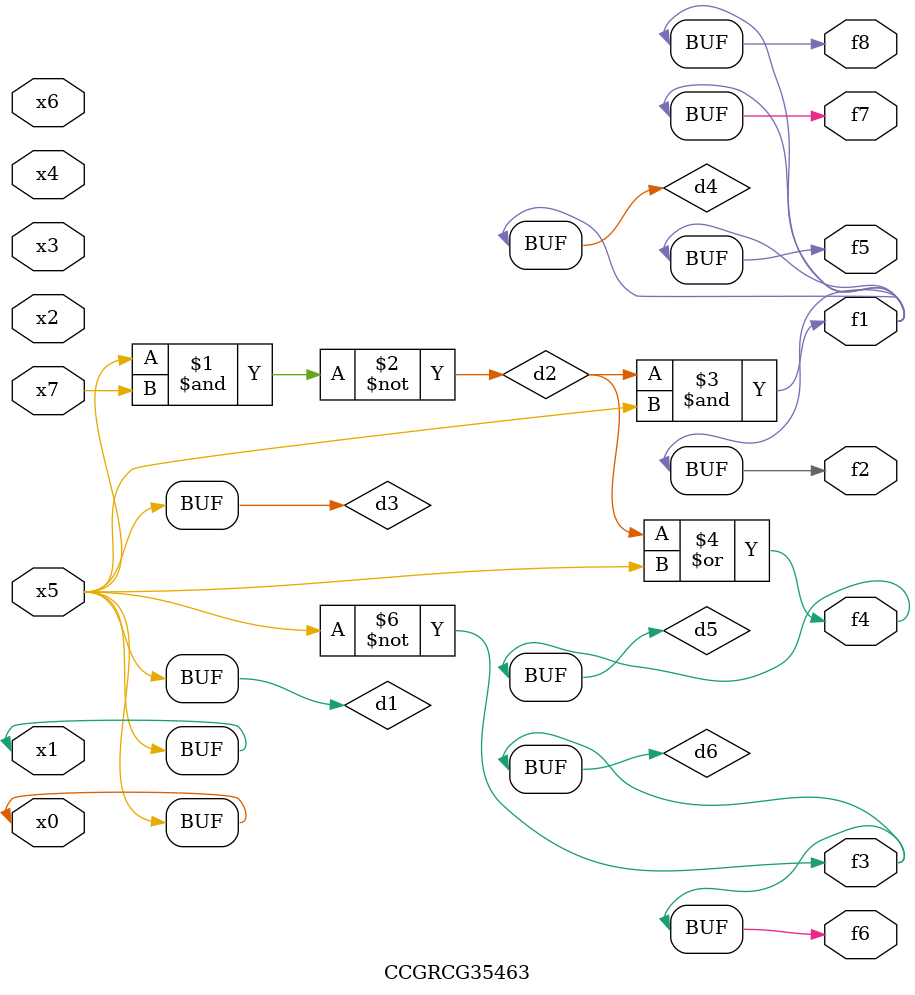
<source format=v>
module CCGRCG35463(
	input x0, x1, x2, x3, x4, x5, x6, x7,
	output f1, f2, f3, f4, f5, f6, f7, f8
);

	wire d1, d2, d3, d4, d5, d6;

	buf (d1, x0, x5);
	nand (d2, x5, x7);
	buf (d3, x0, x1);
	and (d4, d2, d3);
	or (d5, d2, d3);
	nor (d6, d1, d3);
	assign f1 = d4;
	assign f2 = d4;
	assign f3 = d6;
	assign f4 = d5;
	assign f5 = d4;
	assign f6 = d6;
	assign f7 = d4;
	assign f8 = d4;
endmodule

</source>
